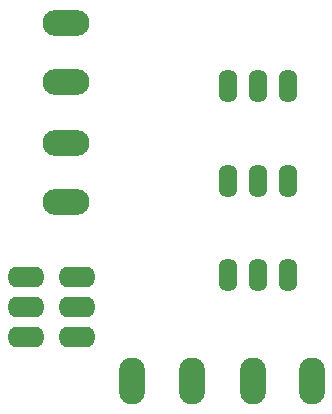
<source format=gbs>
G04 #@! TF.GenerationSoftware,KiCad,Pcbnew,5.1.5*
G04 #@! TF.CreationDate,2020-04-17T15:55:13+02:00*
G04 #@! TF.ProjectId,eco_measurement_ina226,65636f5f-6d65-4617-9375-72656d656e74,rev?*
G04 #@! TF.SameCoordinates,Original*
G04 #@! TF.FileFunction,Soldermask,Bot*
G04 #@! TF.FilePolarity,Negative*
%FSLAX46Y46*%
G04 Gerber Fmt 4.6, Leading zero omitted, Abs format (unit mm)*
G04 Created by KiCad (PCBNEW 5.1.5) date 2020-04-17 15:55:13*
%MOMM*%
%LPD*%
G04 APERTURE LIST*
%ADD10O,2.190700X3.981400*%
%ADD11O,3.981400X2.190700*%
%ADD12O,3.143200X1.771600*%
%ADD13O,1.600000X2.800000*%
G04 APERTURE END LIST*
D10*
X152426100Y-116948600D03*
X147426100Y-116948600D03*
X162601100Y-116948600D03*
X157601100Y-116948600D03*
D11*
X141831100Y-91653600D03*
X141831100Y-86653600D03*
X141831100Y-101832100D03*
X141831100Y-96832100D03*
D12*
X142701100Y-108188600D03*
X142701100Y-110728600D03*
X142701100Y-113268600D03*
X138451100Y-108188600D03*
X138451100Y-110728600D03*
X138451100Y-113268600D03*
D13*
X155511100Y-108028600D03*
X158051100Y-108028600D03*
X160591100Y-108028600D03*
X155511100Y-100028600D03*
X158051100Y-100028600D03*
X160591100Y-100028600D03*
X155511100Y-92028600D03*
X158051100Y-92028600D03*
X160591100Y-92028600D03*
M02*

</source>
